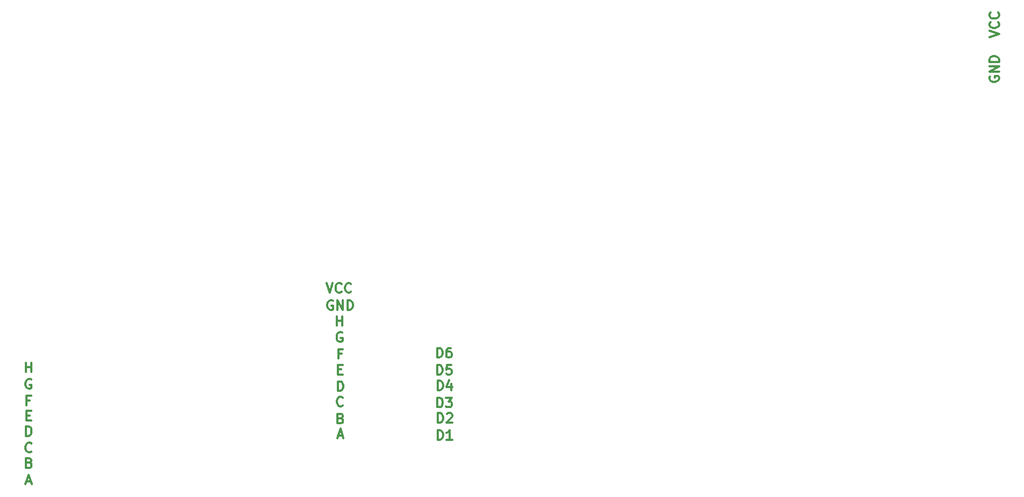
<source format=gbr>
G04 (created by PCBNEW (2013-07-07 BZR 4022)-stable) date 6/9/2015 5:45:07 PM*
%MOIN*%
G04 Gerber Fmt 3.4, Leading zero omitted, Abs format*
%FSLAX34Y34*%
G01*
G70*
G90*
G04 APERTURE LIST*
%ADD10C,0.00590551*%
%ADD11C,0.011811*%
G04 APERTURE END LIST*
G54D10*
G54D11*
X57508Y-58235D02*
X57508Y-57644D01*
X57649Y-57644D01*
X57733Y-57672D01*
X57790Y-57728D01*
X57818Y-57785D01*
X57846Y-57897D01*
X57846Y-57982D01*
X57818Y-58094D01*
X57790Y-58150D01*
X57733Y-58206D01*
X57649Y-58235D01*
X57508Y-58235D01*
X58352Y-57644D02*
X58240Y-57644D01*
X58183Y-57672D01*
X58155Y-57700D01*
X58099Y-57785D01*
X58071Y-57897D01*
X58071Y-58122D01*
X58099Y-58178D01*
X58127Y-58206D01*
X58183Y-58235D01*
X58296Y-58235D01*
X58352Y-58206D01*
X58380Y-58178D01*
X58408Y-58122D01*
X58408Y-57982D01*
X58380Y-57925D01*
X58352Y-57897D01*
X58296Y-57869D01*
X58183Y-57869D01*
X58127Y-57897D01*
X58099Y-57925D01*
X58071Y-57982D01*
X57516Y-59290D02*
X57516Y-58699D01*
X57657Y-58699D01*
X57741Y-58727D01*
X57798Y-58784D01*
X57826Y-58840D01*
X57854Y-58952D01*
X57854Y-59037D01*
X57826Y-59149D01*
X57798Y-59205D01*
X57741Y-59262D01*
X57657Y-59290D01*
X57516Y-59290D01*
X58388Y-58699D02*
X58107Y-58699D01*
X58079Y-58980D01*
X58107Y-58952D01*
X58163Y-58924D01*
X58304Y-58924D01*
X58360Y-58952D01*
X58388Y-58980D01*
X58416Y-59037D01*
X58416Y-59177D01*
X58388Y-59233D01*
X58360Y-59262D01*
X58304Y-59290D01*
X58163Y-59290D01*
X58107Y-59262D01*
X58079Y-59233D01*
X57540Y-60254D02*
X57540Y-59664D01*
X57681Y-59664D01*
X57765Y-59692D01*
X57821Y-59748D01*
X57849Y-59804D01*
X57877Y-59917D01*
X57877Y-60001D01*
X57849Y-60114D01*
X57821Y-60170D01*
X57765Y-60226D01*
X57681Y-60254D01*
X57540Y-60254D01*
X58384Y-59861D02*
X58384Y-60254D01*
X58243Y-59636D02*
X58102Y-60057D01*
X58468Y-60057D01*
X57524Y-61305D02*
X57524Y-60715D01*
X57665Y-60715D01*
X57749Y-60743D01*
X57805Y-60799D01*
X57834Y-60856D01*
X57862Y-60968D01*
X57862Y-61052D01*
X57834Y-61165D01*
X57805Y-61221D01*
X57749Y-61277D01*
X57665Y-61305D01*
X57524Y-61305D01*
X58059Y-60715D02*
X58424Y-60715D01*
X58227Y-60940D01*
X58312Y-60940D01*
X58368Y-60968D01*
X58396Y-60996D01*
X58424Y-61052D01*
X58424Y-61193D01*
X58396Y-61249D01*
X58368Y-61277D01*
X58312Y-61305D01*
X58143Y-61305D01*
X58087Y-61277D01*
X58059Y-61249D01*
X57552Y-62262D02*
X57552Y-61672D01*
X57692Y-61672D01*
X57777Y-61700D01*
X57833Y-61756D01*
X57861Y-61812D01*
X57889Y-61925D01*
X57889Y-62009D01*
X57861Y-62122D01*
X57833Y-62178D01*
X57777Y-62234D01*
X57692Y-62262D01*
X57552Y-62262D01*
X58114Y-61728D02*
X58142Y-61700D01*
X58199Y-61672D01*
X58339Y-61672D01*
X58395Y-61700D01*
X58424Y-61728D01*
X58452Y-61784D01*
X58452Y-61840D01*
X58424Y-61925D01*
X58086Y-62262D01*
X58452Y-62262D01*
X57540Y-63313D02*
X57540Y-62723D01*
X57681Y-62723D01*
X57765Y-62751D01*
X57821Y-62807D01*
X57849Y-62863D01*
X57877Y-62976D01*
X57877Y-63060D01*
X57849Y-63173D01*
X57821Y-63229D01*
X57765Y-63285D01*
X57681Y-63313D01*
X57540Y-63313D01*
X58440Y-63313D02*
X58102Y-63313D01*
X58271Y-63313D02*
X58271Y-62723D01*
X58215Y-62807D01*
X58159Y-62863D01*
X58102Y-62892D01*
X51073Y-54719D02*
X51017Y-54691D01*
X50933Y-54691D01*
X50848Y-54719D01*
X50792Y-54776D01*
X50764Y-54832D01*
X50736Y-54944D01*
X50736Y-55029D01*
X50764Y-55141D01*
X50792Y-55197D01*
X50848Y-55254D01*
X50933Y-55282D01*
X50989Y-55282D01*
X51073Y-55254D01*
X51101Y-55226D01*
X51101Y-55029D01*
X50989Y-55029D01*
X51354Y-55282D02*
X51354Y-54691D01*
X51692Y-55282D01*
X51692Y-54691D01*
X51973Y-55282D02*
X51973Y-54691D01*
X52114Y-54691D01*
X52198Y-54719D01*
X52254Y-54776D01*
X52282Y-54832D01*
X52311Y-54944D01*
X52311Y-55029D01*
X52282Y-55141D01*
X52254Y-55197D01*
X52198Y-55254D01*
X52114Y-55282D01*
X51973Y-55282D01*
X50677Y-53632D02*
X50874Y-54223D01*
X51070Y-53632D01*
X51605Y-54167D02*
X51577Y-54195D01*
X51492Y-54223D01*
X51436Y-54223D01*
X51352Y-54195D01*
X51295Y-54138D01*
X51267Y-54082D01*
X51239Y-53970D01*
X51239Y-53885D01*
X51267Y-53773D01*
X51295Y-53717D01*
X51352Y-53660D01*
X51436Y-53632D01*
X51492Y-53632D01*
X51577Y-53660D01*
X51605Y-53688D01*
X52195Y-54167D02*
X52167Y-54195D01*
X52083Y-54223D01*
X52026Y-54223D01*
X51942Y-54195D01*
X51886Y-54138D01*
X51858Y-54082D01*
X51830Y-53970D01*
X51830Y-53885D01*
X51858Y-53773D01*
X51886Y-53717D01*
X51942Y-53660D01*
X52026Y-53632D01*
X52083Y-53632D01*
X52167Y-53660D01*
X52195Y-53688D01*
X51331Y-56266D02*
X51331Y-55676D01*
X51331Y-55957D02*
X51668Y-55957D01*
X51668Y-56266D02*
X51668Y-55676D01*
X51646Y-56700D02*
X51590Y-56672D01*
X51506Y-56672D01*
X51421Y-56700D01*
X51365Y-56756D01*
X51337Y-56812D01*
X51309Y-56925D01*
X51309Y-57009D01*
X51337Y-57122D01*
X51365Y-57178D01*
X51421Y-57234D01*
X51506Y-57262D01*
X51562Y-57262D01*
X51646Y-57234D01*
X51674Y-57206D01*
X51674Y-57009D01*
X51562Y-57009D01*
X51611Y-57988D02*
X51415Y-57988D01*
X51415Y-58298D02*
X51415Y-57707D01*
X51696Y-57707D01*
X51397Y-58969D02*
X51593Y-58969D01*
X51678Y-59278D02*
X51397Y-59278D01*
X51397Y-58687D01*
X51678Y-58687D01*
X51384Y-60298D02*
X51384Y-59707D01*
X51525Y-59707D01*
X51609Y-59735D01*
X51665Y-59791D01*
X51694Y-59848D01*
X51722Y-59960D01*
X51722Y-60044D01*
X51694Y-60157D01*
X51665Y-60213D01*
X51609Y-60269D01*
X51525Y-60298D01*
X51384Y-60298D01*
X51686Y-61190D02*
X51658Y-61218D01*
X51574Y-61246D01*
X51517Y-61246D01*
X51433Y-61218D01*
X51377Y-61162D01*
X51349Y-61106D01*
X51321Y-60993D01*
X51321Y-60909D01*
X51349Y-60796D01*
X51377Y-60740D01*
X51433Y-60684D01*
X51517Y-60656D01*
X51574Y-60656D01*
X51658Y-60684D01*
X51686Y-60712D01*
X51561Y-61988D02*
X51646Y-62016D01*
X51674Y-62044D01*
X51702Y-62101D01*
X51702Y-62185D01*
X51674Y-62241D01*
X51646Y-62269D01*
X51589Y-62298D01*
X51365Y-62298D01*
X51365Y-61707D01*
X51561Y-61707D01*
X51618Y-61735D01*
X51646Y-61763D01*
X51674Y-61820D01*
X51674Y-61876D01*
X51646Y-61932D01*
X51618Y-61960D01*
X51561Y-61988D01*
X51365Y-61988D01*
X51398Y-63054D02*
X51679Y-63054D01*
X51342Y-63223D02*
X51539Y-62632D01*
X51736Y-63223D01*
X32114Y-59136D02*
X32114Y-58546D01*
X32114Y-58827D02*
X32452Y-58827D01*
X32452Y-59136D02*
X32452Y-58546D01*
X32438Y-59597D02*
X32381Y-59569D01*
X32297Y-59569D01*
X32213Y-59597D01*
X32156Y-59654D01*
X32128Y-59710D01*
X32100Y-59822D01*
X32100Y-59907D01*
X32128Y-60019D01*
X32156Y-60075D01*
X32213Y-60132D01*
X32297Y-60160D01*
X32353Y-60160D01*
X32438Y-60132D01*
X32466Y-60104D01*
X32466Y-59907D01*
X32353Y-59907D01*
X32367Y-60874D02*
X32170Y-60874D01*
X32170Y-61183D02*
X32170Y-60593D01*
X32452Y-60593D01*
X32156Y-61819D02*
X32353Y-61819D01*
X32438Y-62128D02*
X32156Y-62128D01*
X32156Y-61538D01*
X32438Y-61538D01*
X32128Y-63073D02*
X32128Y-62483D01*
X32269Y-62483D01*
X32353Y-62511D01*
X32410Y-62567D01*
X32438Y-62623D01*
X32466Y-62736D01*
X32466Y-62820D01*
X32438Y-62933D01*
X32410Y-62989D01*
X32353Y-63045D01*
X32269Y-63073D01*
X32128Y-63073D01*
X32466Y-64041D02*
X32438Y-64069D01*
X32353Y-64097D01*
X32297Y-64097D01*
X32213Y-64069D01*
X32156Y-64012D01*
X32128Y-63956D01*
X32100Y-63844D01*
X32100Y-63759D01*
X32128Y-63647D01*
X32156Y-63591D01*
X32213Y-63534D01*
X32297Y-63506D01*
X32353Y-63506D01*
X32438Y-63534D01*
X32466Y-63562D01*
X32325Y-64732D02*
X32410Y-64760D01*
X32438Y-64789D01*
X32466Y-64845D01*
X32466Y-64929D01*
X32438Y-64985D01*
X32410Y-65014D01*
X32353Y-65042D01*
X32128Y-65042D01*
X32128Y-64451D01*
X32325Y-64451D01*
X32381Y-64479D01*
X32410Y-64507D01*
X32438Y-64564D01*
X32438Y-64620D01*
X32410Y-64676D01*
X32381Y-64704D01*
X32325Y-64732D01*
X32128Y-64732D01*
X32142Y-65897D02*
X32424Y-65897D01*
X32086Y-66065D02*
X32283Y-65475D01*
X32480Y-66065D01*
X91645Y-40843D02*
X91616Y-40899D01*
X91616Y-40984D01*
X91645Y-41068D01*
X91701Y-41124D01*
X91757Y-41152D01*
X91870Y-41181D01*
X91954Y-41181D01*
X92066Y-41152D01*
X92123Y-41124D01*
X92179Y-41068D01*
X92207Y-40984D01*
X92207Y-40928D01*
X92179Y-40843D01*
X92151Y-40815D01*
X91954Y-40815D01*
X91954Y-40928D01*
X92207Y-40562D02*
X91616Y-40562D01*
X92207Y-40224D01*
X91616Y-40224D01*
X92207Y-39943D02*
X91616Y-39943D01*
X91616Y-39803D01*
X91645Y-39718D01*
X91701Y-39662D01*
X91757Y-39634D01*
X91870Y-39606D01*
X91954Y-39606D01*
X92066Y-39634D01*
X92123Y-39662D01*
X92179Y-39718D01*
X92207Y-39803D01*
X92207Y-39943D01*
X91616Y-38425D02*
X92207Y-38228D01*
X91616Y-38031D01*
X92151Y-37497D02*
X92179Y-37525D01*
X92207Y-37609D01*
X92207Y-37665D01*
X92179Y-37750D01*
X92123Y-37806D01*
X92066Y-37834D01*
X91954Y-37862D01*
X91870Y-37862D01*
X91757Y-37834D01*
X91701Y-37806D01*
X91645Y-37750D01*
X91616Y-37665D01*
X91616Y-37609D01*
X91645Y-37525D01*
X91673Y-37497D01*
X92151Y-36906D02*
X92179Y-36934D01*
X92207Y-37019D01*
X92207Y-37075D01*
X92179Y-37159D01*
X92123Y-37215D01*
X92066Y-37244D01*
X91954Y-37272D01*
X91870Y-37272D01*
X91757Y-37244D01*
X91701Y-37215D01*
X91645Y-37159D01*
X91616Y-37075D01*
X91616Y-37019D01*
X91645Y-36934D01*
X91673Y-36906D01*
M02*

</source>
